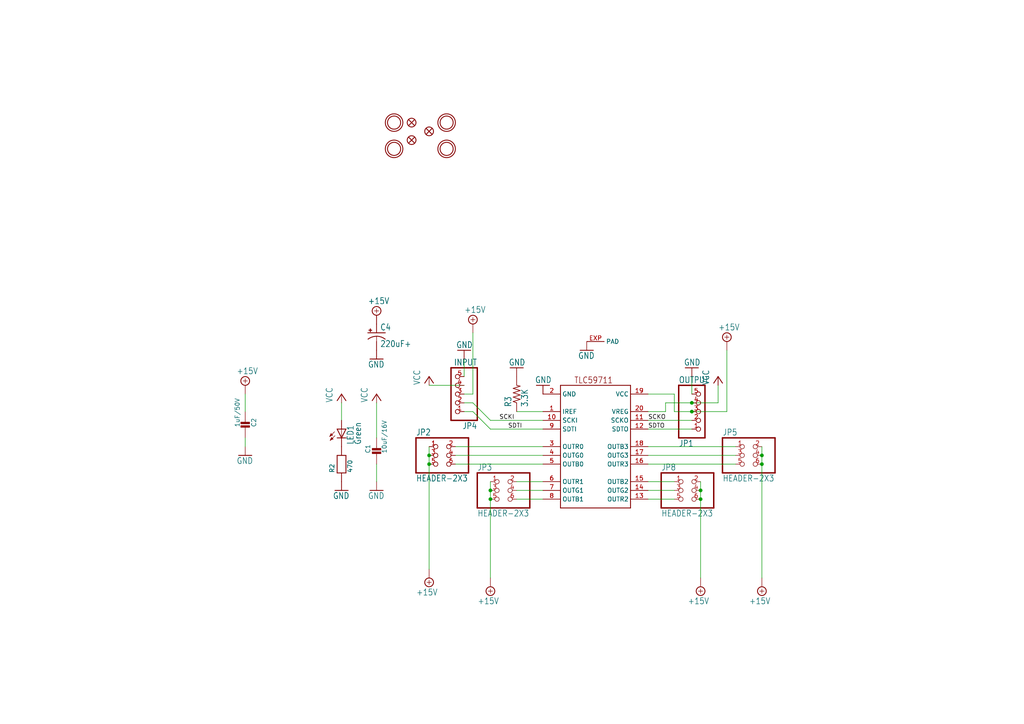
<source format=kicad_sch>
(kicad_sch (version 20211123) (generator eeschema)
  (paper "A4")
  (lib_symbols
    (symbol "eagleSchem-eagle-import:+15V" (power)
      (property "Value" "+15V" (at -2.54 3.175 0))
      (symbol "+15V_1_0"
        (polyline (pts (xy -0.635 1.27) (xy 0.635 1.27)) (stroke (width 0.1524)))
        (polyline (pts (xy 0 1.905) (xy 0 0.635)) (stroke (width 0.1524)))
        (circle (center 0 1.27) (radius 1.27) (stroke (width 0.254)))
        (pin power_in line (at 0 -2.54 90) (length 2.54) (name "+15V") (number "1"))
      )
    )
    (symbol "eagleSchem-eagle-import:CAP_CERAMIC0805"
      (property "Reference" "C" (at -1.79 0.54 90))
      (property "Value" "CAP_CERAMIC0805" (at 3 0.54 90))
      (symbol "CAP_CERAMIC0805_1_0"
        (rectangle (start -1.27 0.508) (end 1.27 1.016) (fill (type outline)))
        (rectangle (start -1.27 1.524) (end 1.27 2.032) (fill (type outline)))
        (polyline (pts (xy 0 0.762) (xy 0 0)) (stroke (width 0.1524)))
        (polyline (pts (xy 0 2.54) (xy 0 1.778)) (stroke (width 0.1524)))
        (pin passive line (at 0 5.08 270) (length 2.54) (name "P$1") (number "1"))
        (pin passive line (at 0 -2.54 90) (length 2.54) (name "P$2") (number "2"))
      )
    )
    (symbol "eagleSchem-eagle-import:CPOL-USE2.5-7"
      (property "Reference" "C" (at 1.016 0.635 0))
      (property "Value" "CPOL-USE2.5-7" (at 1.016 -4.191 0))
      (symbol "CPOL-USE2.5-7_1_0"
        (rectangle (start -2.253 0.668) (end -1.364 0.795) (fill (type outline)))
        (rectangle (start -1.872 0.287) (end -1.745 1.176) (fill (type outline)))
        (arc (start 0 -1.0161) (mid -1.3021 -1.2302) (end -2.4669 -1.8504) (stroke (width 0.254)))
        (polyline (pts (xy -2.54 0) (xy 2.54 0)) (stroke (width 0.254)))
        (polyline (pts (xy 0 -1.016) (xy 0 -2.54)) (stroke (width 0.1524)))
        (arc (start 2.4892 -1.8542) (mid 1.3158 -1.2195) (end 0 -1) (stroke (width 0.254)))
        (pin passive line (at 0 2.54 270) (length 2.54) (name "+") (number "+"))
        (pin passive line (at 0 -5.08 90) (length 2.54) (name "-") (number "-"))
      )
    )
    (symbol "eagleSchem-eagle-import:FIDUCIAL{dblquote}{dblquote}"
      (symbol "FIDUCIAL{dblquote}{dblquote}_1_0"
        (polyline (pts (xy -0.762 0.762) (xy 0.762 -0.762)) (stroke (width 0.254)))
        (polyline (pts (xy 0.762 0.762) (xy -0.762 -0.762)) (stroke (width 0.254)))
        (circle (center 0 0) (radius 1.27) (stroke (width 0.254)))
      )
    )
    (symbol "eagleSchem-eagle-import:GND" (power)
      (property "Value" "GND" (at -2.54 -2.54 0))
      (symbol "GND_1_0"
        (polyline (pts (xy -1.905 0) (xy 1.905 0)) (stroke (width 0.254)))
        (pin power_in line (at 0 2.54 270) (length 2.54) (name "GND") (number "1"))
      )
    )
    (symbol "eagleSchem-eagle-import:HEADER-1X570MIL"
      (property "Reference" "JP" (at -6.35 8.255 0))
      (property "Value" "HEADER-1X570MIL" (at -6.35 -10.16 0))
      (symbol "HEADER-1X570MIL_1_0"
        (polyline (pts (xy -6.35 -7.62) (xy 1.27 -7.62)) (stroke (width 0.4064)))
        (polyline (pts (xy -6.35 7.62) (xy -6.35 -7.62)) (stroke (width 0.4064)))
        (polyline (pts (xy 1.27 -7.62) (xy 1.27 7.62)) (stroke (width 0.4064)))
        (polyline (pts (xy 1.27 7.62) (xy -6.35 7.62)) (stroke (width 0.4064)))
        (pin passive inverted (at -2.54 5.08 0) (length 2.54) (name "1") (number "1"))
        (pin passive inverted (at -2.54 2.54 0) (length 2.54) (name "2") (number "2"))
        (pin passive inverted (at -2.54 0 0) (length 2.54) (name "3") (number "3"))
        (pin passive inverted (at -2.54 -2.54 0) (length 2.54) (name "4") (number "4"))
        (pin passive inverted (at -2.54 -5.08 0) (length 2.54) (name "5") (number "5"))
      )
    )
    (symbol "eagleSchem-eagle-import:HEADER-2X3"
      (property "Reference" "JP" (at -8.89 5.715 0))
      (property "Value" "HEADER-2X3" (at -8.89 -7.62 0))
      (symbol "HEADER-2X3_1_0"
        (polyline (pts (xy -8.89 -5.08) (xy 6.35 -5.08)) (stroke (width 0.4064)))
        (polyline (pts (xy -8.89 5.08) (xy -8.89 -5.08)) (stroke (width 0.4064)))
        (polyline (pts (xy 6.35 -5.08) (xy 6.35 5.08)) (stroke (width 0.4064)))
        (polyline (pts (xy 6.35 5.08) (xy -8.89 5.08)) (stroke (width 0.4064)))
        (pin passive inverted (at -5.08 2.54 0) (length 2.54) (name "1") (number "1"))
        (pin passive inverted (at 2.54 2.54 180) (length 2.54) (name "2") (number "2"))
        (pin passive inverted (at -5.08 0 0) (length 2.54) (name "3") (number "3"))
        (pin passive inverted (at 2.54 0 180) (length 2.54) (name "4") (number "4"))
        (pin passive inverted (at -5.08 -2.54 0) (length 2.54) (name "5") (number "5"))
        (pin passive inverted (at 2.54 -2.54 180) (length 2.54) (name "6") (number "6"))
      )
    )
    (symbol "eagleSchem-eagle-import:LEDCHIP-LED0805"
      (property "Reference" "LED" (at 3.556 -4.572 90))
      (property "Value" "LEDCHIP-LED0805" (at 5.715 -4.572 90))
      (symbol "LEDCHIP-LED0805_1_0"
        (polyline (pts (xy -2.032 -0.762) (xy -3.429 -2.159)) (stroke (width 0.1524)))
        (polyline (pts (xy -1.905 -1.905) (xy -3.302 -3.302)) (stroke (width 0.1524)))
        (polyline (pts (xy 0 -2.54) (xy -1.27 -2.54)) (stroke (width 0.254)))
        (polyline (pts (xy 0 -2.54) (xy -1.27 0)) (stroke (width 0.254)))
        (polyline (pts (xy 0 0) (xy -1.27 0)) (stroke (width 0.254)))
        (polyline (pts (xy 0 0) (xy 0 -2.54)) (stroke (width 0.1524)))
        (polyline (pts (xy 1.27 -2.54) (xy 0 -2.54)) (stroke (width 0.254)))
        (polyline (pts (xy 1.27 0) (xy 0 -2.54)) (stroke (width 0.254)))
        (polyline (pts (xy 1.27 0) (xy 0 0)) (stroke (width 0.254)))
        (polyline (pts (xy -3.429 -2.159) (xy -3.048 -1.27) (xy -2.54 -1.778)) (fill (type outline)))
        (polyline (pts (xy -3.302 -3.302) (xy -2.921 -2.413) (xy -2.413 -2.921)) (fill (type outline)))
        (pin passive line (at 0 2.54 270) (length 2.54) (name "A") (number "A"))
        (pin passive line (at 0 -5.08 90) (length 2.54) (name "C") (number "C"))
      )
    )
    (symbol "eagleSchem-eagle-import:MOUNTINGHOLE2.5"
      (symbol "MOUNTINGHOLE2.5_1_0"
        (circle (center 0 0) (radius 1.905) (stroke (width 0.254)))
        (circle (center 0 0) (radius 2.54) (stroke (width 0.254)))
      )
    )
    (symbol "eagleSchem-eagle-import:R-US_FLIPFLOP7"
      (property "Reference" "R" (at -3.81 1.4986 0))
      (property "Value" "R-US_FLIPFLOP7" (at -3.81 -3.302 0))
      (symbol "R-US_FLIPFLOP7_1_0"
        (polyline (pts (xy -2.54 0) (xy -2.159 1.016)) (stroke (width 0.2032)))
        (polyline (pts (xy -2.159 1.016) (xy -1.524 -1.016)) (stroke (width 0.2032)))
        (polyline (pts (xy -1.524 -1.016) (xy -0.889 1.016)) (stroke (width 0.2032)))
        (polyline (pts (xy -0.889 1.016) (xy -0.254 -1.016)) (stroke (width 0.2032)))
        (polyline (pts (xy -0.254 -1.016) (xy 0.381 1.016)) (stroke (width 0.2032)))
        (polyline (pts (xy 0.381 1.016) (xy 1.016 -1.016)) (stroke (width 0.2032)))
        (polyline (pts (xy 1.016 -1.016) (xy 1.651 1.016)) (stroke (width 0.2032)))
        (polyline (pts (xy 1.651 1.016) (xy 2.286 -1.016)) (stroke (width 0.2032)))
        (polyline (pts (xy 2.286 -1.016) (xy 2.54 0)) (stroke (width 0.2032)))
        (pin passive line (at -5.08 0 0) (length 2.54) (name "1") (number "1"))
        (pin passive line (at 5.08 0 180) (length 2.54) (name "2") (number "2"))
      )
    )
    (symbol "eagleSchem-eagle-import:RESISTOR0805"
      (property "Reference" "R" (at -2.54 2.032 0))
      (property "Value" "RESISTOR0805" (at -2.54 -3.175 0))
      (symbol "RESISTOR0805_1_0"
        (polyline (pts (xy -2.54 -1.27) (xy -2.54 1.27)) (stroke (width 0.254)))
        (polyline (pts (xy -2.54 1.27) (xy 2.54 1.27)) (stroke (width 0.254)))
        (polyline (pts (xy 2.54 -1.27) (xy -2.54 -1.27)) (stroke (width 0.254)))
        (polyline (pts (xy 2.54 1.27) (xy 2.54 -1.27)) (stroke (width 0.254)))
        (pin passive line (at -5.08 0 0) (length 2.54) (name "1") (number "1"))
        (pin passive line (at 5.08 0 180) (length 2.54) (name "2") (number "2"))
      )
    )
    (symbol "eagleSchem-eagle-import:TLC59711"
      (symbol "TLC59711_1_0"
        (polyline (pts (xy -10.16 -17.78) (xy -10.16 17.78)) (stroke (width 0.254)))
        (polyline (pts (xy -10.16 17.78) (xy 10.16 17.78)) (stroke (width 0.254)))
        (polyline (pts (xy 10.16 -17.78) (xy -10.16 -17.78)) (stroke (width 0.254)))
        (polyline (pts (xy 10.16 17.78) (xy 10.16 -17.78)) (stroke (width 0.254)))
        (text "TLC59711" (at 5.08 20.32 0) (effects (font (size 1.778 1.5113)) (justify right top)))
        (pin bidirectional line (at -15.24 10.16 0) (length 5.08) (name "IREF") (number "1"))
        (pin input line (at -15.24 7.62 0) (length 5.08) (name "SCKI") (number "10"))
        (pin output line (at 15.24 7.62 180) (length 5.08) (name "SCKO") (number "11"))
        (pin output line (at 15.24 5.08 180) (length 5.08) (name "SDTO") (number "12"))
        (pin open_collector line (at 15.24 -15.24 180) (length 5.08) (name "OUTR2") (number "13"))
        (pin open_collector line (at 15.24 -12.7 180) (length 5.08) (name "OUTG2") (number "14"))
        (pin open_collector line (at 15.24 -10.16 180) (length 5.08) (name "OUTB2") (number "15"))
        (pin open_collector line (at 15.24 -5.08 180) (length 5.08) (name "OUTR3") (number "16"))
        (pin open_collector line (at 15.24 -2.54 180) (length 5.08) (name "OUTG3") (number "17"))
        (pin open_collector line (at 15.24 0 180) (length 5.08) (name "OUTB3") (number "18"))
        (pin power_in line (at 15.24 15.24 180) (length 5.08) (name "VCC") (number "19"))
        (pin power_in line (at -15.24 15.24 0) (length 5.08) (name "GND") (number "2"))
        (pin bidirectional line (at 15.24 10.16 180) (length 5.08) (name "VREG") (number "20"))
        (pin open_collector line (at -15.24 0 0) (length 5.08) (name "OUTR0") (number "3"))
        (pin open_collector line (at -15.24 -2.54 0) (length 5.08) (name "OUTG0") (number "4"))
        (pin open_collector line (at -15.24 -5.08 0) (length 5.08) (name "OUTB0") (number "5"))
        (pin open_collector line (at -15.24 -10.16 0) (length 5.08) (name "OUTR1") (number "6"))
        (pin open_collector line (at -15.24 -12.7 0) (length 5.08) (name "OUTG1") (number "7"))
        (pin open_collector line (at -15.24 -15.24 0) (length 5.08) (name "OUTB1") (number "8"))
        (pin input line (at -15.24 5.08 0) (length 5.08) (name "SDTI") (number "9"))
      )
      (symbol "TLC59711_2_0"
        (pin passive line (at -5.08 0 0) (length 5.08) (name "PAD") (number "EXP"))
      )
    )
    (symbol "eagleSchem-eagle-import:VCC" (power)
      (property "Value" "VCC" (at -2.54 -2.54 90))
      (symbol "VCC_1_0"
        (polyline (pts (xy 0 0) (xy -1.27 -1.905)) (stroke (width 0.254)))
        (polyline (pts (xy 1.27 -1.905) (xy 0 0)) (stroke (width 0.254)))
        (pin power_in line (at 0 -2.54 90) (length 2.54) (name "VCC") (number "1"))
      )
    )
  )
  (junction (at 124.46 132.08))
  (junction (at 220.98 134.62))
  (junction (at 124.46 134.62))
  (junction (at 220.98 132.08))
  (junction (at 200.66 119.38))
  (junction (at 203.2 144.78))
  (junction (at 142.24 142.24))
  (junction (at 200.66 116.84))
  (junction (at 203.2 142.24))
  (junction (at 142.24 144.78))
  (wire (pts (xy 124.46 129.54) (xy 124.46 132.08)))
  (wire (pts (xy 213.36 134.62) (xy 187.96 134.62)))
  (wire (pts (xy 134.62 104.14) (xy 134.62 109.22)))
  (wire (pts (xy 203.2 144.78) (xy 203.2 142.24)))
  (wire (pts (xy 137.16 119.38) (xy 134.62 119.38)))
  (wire (pts (xy 195.58 114.3) (xy 195.58 119.38)))
  (wire (pts (xy 109.22 134.62) (xy 109.22 139.7)))
  (wire (pts (xy 142.24 124.46) (xy 137.16 119.38)))
  (wire (pts (xy 195.58 139.7) (xy 187.96 139.7)))
  (wire (pts (xy 124.46 134.62) (xy 124.46 165.1)))
  (wire (pts (xy 149.86 119.38) (xy 157.48 119.38)))
  (wire (pts (xy 200.66 116.84) (xy 193.04 116.84)))
  (wire (pts (xy 200.66 124.46) (xy 187.96 124.46)))
  (wire (pts (xy 157.48 121.92) (xy 142.24 121.92)))
  (wire (pts (xy 132.08 134.62) (xy 157.48 134.62)))
  (wire (pts (xy 99.06 116.84) (xy 99.06 121.92)))
  (wire (pts (xy 142.24 121.92) (xy 137.16 116.84)))
  (wire (pts (xy 193.04 119.38) (xy 187.96 119.38)))
  (wire (pts (xy 200.66 119.38) (xy 210.82 119.38)))
  (wire (pts (xy 137.16 96.52) (xy 137.16 114.3)))
  (wire (pts (xy 134.62 116.84) (xy 137.16 116.84)))
  (wire (pts (xy 109.22 116.84) (xy 109.22 127)))
  (wire (pts (xy 142.24 139.7) (xy 142.24 142.24)))
  (wire (pts (xy 195.58 142.24) (xy 187.96 142.24)))
  (wire (pts (xy 200.66 116.84) (xy 208.28 116.84)))
  (wire (pts (xy 132.08 132.08) (xy 157.48 132.08)))
  (wire (pts (xy 200.66 109.22) (xy 200.66 114.3)))
  (wire (pts (xy 132.08 129.54) (xy 157.48 129.54)))
  (wire (pts (xy 142.24 144.78) (xy 142.24 167.64)))
  (wire (pts (xy 149.86 142.24) (xy 157.48 142.24)))
  (wire (pts (xy 71.12 114.3) (xy 71.12 119.38)))
  (wire (pts (xy 203.2 142.24) (xy 203.2 139.7)))
  (wire (pts (xy 220.98 129.54) (xy 220.98 132.08)))
  (wire (pts (xy 124.46 111.76) (xy 134.62 111.76)))
  (wire (pts (xy 134.62 114.3) (xy 137.16 114.3)))
  (wire (pts (xy 195.58 144.78) (xy 187.96 144.78)))
  (wire (pts (xy 187.96 114.3) (xy 195.58 114.3)))
  (wire (pts (xy 124.46 132.08) (xy 124.46 134.62)))
  (wire (pts (xy 157.48 124.46) (xy 142.24 124.46)))
  (wire (pts (xy 220.98 134.62) (xy 220.98 167.64)))
  (wire (pts (xy 71.12 127) (xy 71.12 129.54)))
  (wire (pts (xy 149.86 144.78) (xy 157.48 144.78)))
  (wire (pts (xy 213.36 129.54) (xy 187.96 129.54)))
  (wire (pts (xy 213.36 132.08) (xy 187.96 132.08)))
  (wire (pts (xy 193.04 116.84) (xy 193.04 119.38)))
  (wire (pts (xy 208.28 116.84) (xy 208.28 111.76)))
  (wire (pts (xy 187.96 121.92) (xy 200.66 121.92)))
  (wire (pts (xy 203.2 167.64) (xy 203.2 144.78)))
  (wire (pts (xy 220.98 132.08) (xy 220.98 134.62)))
  (wire (pts (xy 195.58 119.38) (xy 200.66 119.38)))
  (wire (pts (xy 149.86 139.7) (xy 157.48 139.7)))
  (wire (pts (xy 210.82 119.38) (xy 210.82 101.6)))
  (wire (pts (xy 142.24 142.24) (xy 142.24 144.78)))
  (label "SDTO" (at 187.96 124.46 0) (effects (font (size 1.2446 1.2446))))
  (label "SDTI" (at 147.32 124.46 0) (effects (font (size 1.2446 1.2446))))
  (label "SCKO" (at 187.96 121.92 0) (effects (font (size 1.2446 1.2446))))
  (label "SCKI" (at 144.78 121.92 0) (effects (font (size 1.2446 1.2446))))
  (symbol (lib_id "eagleSchem-eagle-import:+15V") (at 71.12 111.76 0) (unit 1)
    (property "Reference" "#SUPPLY4" (effects hide))
    (property "Value" "+15V" (at 68.58 108.585 0) (effects (font (size 1.778 1.5113)) (justify left bottom)))
    (property "Footprint" "eagleSchem:" (effects hide))
  )
  (symbol (lib_id "eagleSchem-eagle-import:HEADER-2X3") (at 200.66 142.24 0) (unit 1)
    (property "Reference" "JP8" (at 191.77 136.525 0) (effects (font (size 1.778 1.5113)) (justify left bottom)))
    (property "Value" "HEADER-2X3" (at 191.77 149.86 0) (effects (font (size 1.778 1.5113)) (justify left bottom)))
    (property "Footprint" "eagleSchem:2X03_ROUND_70MIL" (effects hide))
  )
  (symbol (lib_id "eagleSchem-eagle-import:FIDUCIAL{dblquote}{dblquote}") (at 119.38 40.64 0) (unit 1)
    (property "Reference" "FID2" (effects hide))
    (property "Value" "FIDUCIAL{dblquote}{dblquote}" (effects hide))
    (property "Footprint" "eagleSchem:FIDUCIAL_1MM" (effects hide))
  )
  (symbol (lib_id "eagleSchem-eagle-import:FIDUCIAL{dblquote}{dblquote}") (at 124.46 38.1 0) (unit 1)
    (property "Reference" "FID3" (effects hide))
    (property "Value" "FIDUCIAL{dblquote}{dblquote}" (effects hide))
    (property "Footprint" "eagleSchem:FIDUCIAL_1MM" (effects hide))
  )
  (symbol (lib_id "eagleSchem-eagle-import:MOUNTINGHOLE2.5") (at 129.54 43.18 0) (unit 1)
    (property "Reference" "U$4" (effects hide))
    (property "Value" "MOUNTINGHOLE2.5" (effects hide))
    (property "Footprint" "eagleSchem:MOUNTINGHOLE_2.5_PLATED" (effects hide))
  )
  (symbol (lib_id "eagleSchem-eagle-import:+15V") (at 220.98 170.18 180) (unit 1)
    (property "Reference" "#SUPPLY8" (effects hide))
    (property "Value" "+15V" (at 223.52 173.355 0) (effects (font (size 1.778 1.5113)) (justify left bottom)))
    (property "Footprint" "eagleSchem:" (effects hide))
  )
  (symbol (lib_id "eagleSchem-eagle-import:GND") (at 200.66 106.68 180) (unit 1)
    (property "Reference" "#GND8" (effects hide))
    (property "Value" "GND" (at 203.2 104.14 0) (effects (font (size 1.778 1.5113)) (justify left bottom)))
    (property "Footprint" "eagleSchem:" (effects hide))
  )
  (symbol (lib_id "eagleSchem-eagle-import:GND") (at 99.06 142.24 0) (unit 1)
    (property "Reference" "#GND1" (effects hide))
    (property "Value" "GND" (at 96.52 144.78 0) (effects (font (size 1.778 1.5113)) (justify left bottom)))
    (property "Footprint" "eagleSchem:" (effects hide))
  )
  (symbol (lib_id "eagleSchem-eagle-import:VCC") (at 109.22 114.3 0) (unit 1)
    (property "Reference" "#P+6" (effects hide))
    (property "Value" "VCC" (at 106.68 116.84 90) (effects (font (size 1.778 1.5113)) (justify left bottom)))
    (property "Footprint" "eagleSchem:" (effects hide))
  )
  (symbol (lib_id "eagleSchem-eagle-import:HEADER-2X3") (at 129.54 132.08 0) (unit 1)
    (property "Reference" "JP2" (at 120.65 126.365 0) (effects (font (size 1.778 1.5113)) (justify left bottom)))
    (property "Value" "HEADER-2X3" (at 120.65 139.7 0) (effects (font (size 1.778 1.5113)) (justify left bottom)))
    (property "Footprint" "eagleSchem:2X03_ROUND_70MIL" (effects hide))
  )
  (symbol (lib_id "eagleSchem-eagle-import:MOUNTINGHOLE2.5") (at 114.3 35.56 0) (unit 1)
    (property "Reference" "U$1" (effects hide))
    (property "Value" "MOUNTINGHOLE2.5" (effects hide))
    (property "Footprint" "eagleSchem:MOUNTINGHOLE_2.5_PLATED" (effects hide))
  )
  (symbol (lib_id "eagleSchem-eagle-import:VCC") (at 99.06 114.3 0) (unit 1)
    (property "Reference" "#P+1" (effects hide))
    (property "Value" "VCC" (at 96.52 116.84 90) (effects (font (size 1.778 1.5113)) (justify left bottom)))
    (property "Footprint" "eagleSchem:" (effects hide))
  )
  (symbol (lib_id "eagleSchem-eagle-import:HEADER-1X570MIL") (at 132.08 114.3 180) (unit 1)
    (property "Reference" "JP4" (at 138.43 122.555 0) (effects (font (size 1.778 1.5113)) (justify left bottom)))
    (property "Value" "INPUT" (at 138.43 104.14 0) (effects (font (size 1.778 1.5113)) (justify left bottom)))
    (property "Footprint" "eagleSchem:1X05_ROUND_70" (effects hide))
  )
  (symbol (lib_id "eagleSchem-eagle-import:CAP_CERAMIC0805") (at 109.22 132.08 0) (unit 1)
    (property "Reference" "C1" (at 107.43 131.54 90) (effects (justify left bottom)))
    (property "Value" "10uF/16V" (at 112.22 131.54 90) (effects (justify left bottom)))
    (property "Footprint" "eagleSchem:0805" (effects hide))
  )
  (symbol (lib_id "eagleSchem-eagle-import:GND") (at 109.22 104.14 0) (unit 1)
    (property "Reference" "#GND3" (effects hide))
    (property "Value" "GND" (at 106.68 106.68 0) (effects (font (size 1.778 1.5113)) (justify left bottom)))
    (property "Footprint" "eagleSchem:" (effects hide))
  )
  (symbol (lib_id "eagleSchem-eagle-import:VCC") (at 208.28 109.22 0) (unit 1)
    (property "Reference" "#P+12" (effects hide))
    (property "Value" "VCC" (at 205.74 111.76 90) (effects (font (size 1.778 1.5113)) (justify left bottom)))
    (property "Footprint" "eagleSchem:" (effects hide))
  )
  (symbol (lib_id "eagleSchem-eagle-import:MOUNTINGHOLE2.5") (at 114.3 43.18 0) (unit 1)
    (property "Reference" "U$3" (effects hide))
    (property "Value" "MOUNTINGHOLE2.5" (effects hide))
    (property "Footprint" "eagleSchem:MOUNTINGHOLE_2.5_PLATED" (effects hide))
  )
  (symbol (lib_id "eagleSchem-eagle-import:HEADER-2X3") (at 218.44 132.08 0) (unit 1)
    (property "Reference" "JP5" (at 209.55 126.365 0) (effects (font (size 1.778 1.5113)) (justify left bottom)))
    (property "Value" "HEADER-2X3" (at 209.55 139.7 0) (effects (font (size 1.778 1.5113)) (justify left bottom)))
    (property "Footprint" "eagleSchem:2X03_ROUND_70MIL" (effects hide))
  )
  (symbol (lib_id "eagleSchem-eagle-import:+15V") (at 109.22 91.44 0) (unit 1)
    (property "Reference" "#SUPPLY3" (effects hide))
    (property "Value" "+15V" (at 106.68 88.265 0) (effects (font (size 1.778 1.5113)) (justify left bottom)))
    (property "Footprint" "eagleSchem:" (effects hide))
  )
  (symbol (lib_id "eagleSchem-eagle-import:+15V") (at 203.2 170.18 180) (unit 1)
    (property "Reference" "#SUPPLY7" (effects hide))
    (property "Value" "+15V" (at 205.74 173.355 0) (effects (font (size 1.778 1.5113)) (justify left bottom)))
    (property "Footprint" "eagleSchem:" (effects hide))
  )
  (symbol (lib_id "eagleSchem-eagle-import:FIDUCIAL{dblquote}{dblquote}") (at 119.38 35.56 0) (unit 1)
    (property "Reference" "FID1" (effects hide))
    (property "Value" "FIDUCIAL{dblquote}{dblquote}" (effects hide))
    (property "Footprint" "eagleSchem:FIDUCIAL_1MM" (effects hide))
  )
  (symbol (lib_id "eagleSchem-eagle-import:HEADER-2X3") (at 147.32 142.24 0) (unit 1)
    (property "Reference" "JP3" (at 138.43 136.525 0) (effects (font (size 1.778 1.5113)) (justify left bottom)))
    (property "Value" "HEADER-2X3" (at 138.43 149.86 0) (effects (font (size 1.778 1.5113)) (justify left bottom)))
    (property "Footprint" "eagleSchem:2X03_ROUND_70MIL" (effects hide))
  )
  (symbol (lib_id "eagleSchem-eagle-import:GND") (at 157.48 111.76 180) (unit 1)
    (property "Reference" "#GND7" (effects hide))
    (property "Value" "GND" (at 160.02 109.22 0) (effects (font (size 1.778 1.5113)) (justify left bottom)))
    (property "Footprint" "eagleSchem:" (effects hide))
  )
  (symbol (lib_id "eagleSchem-eagle-import:GND") (at 71.12 132.08 0) (unit 1)
    (property "Reference" "#GND4" (effects hide))
    (property "Value" "GND" (at 68.58 134.62 0) (effects (font (size 1.778 1.5113)) (justify left bottom)))
    (property "Footprint" "eagleSchem:" (effects hide))
  )
  (symbol (lib_id "eagleSchem-eagle-import:VCC") (at 124.46 109.22 0) (unit 1)
    (property "Reference" "#P+10" (effects hide))
    (property "Value" "VCC" (at 121.92 111.76 90) (effects (font (size 1.778 1.5113)) (justify left bottom)))
    (property "Footprint" "eagleSchem:" (effects hide))
  )
  (symbol (lib_id "eagleSchem-eagle-import:+15V") (at 137.16 93.98 0) (unit 1)
    (property "Reference" "#SUPPLY1" (effects hide))
    (property "Value" "+15V" (at 134.62 90.805 0) (effects (font (size 1.778 1.5113)) (justify left bottom)))
    (property "Footprint" "eagleSchem:" (effects hide))
  )
  (symbol (lib_id "eagleSchem-eagle-import:TLC59711") (at 172.72 129.54 0) (unit 1)
    (property "Reference" "IC1" (effects hide))
    (property "Value" "TLC59711" (effects hide))
    (property "Footprint" "eagleSchem:HTSSOP20DAP" (effects hide))
  )
  (symbol (lib_id "eagleSchem-eagle-import:MOUNTINGHOLE2.5") (at 129.54 35.56 0) (unit 1)
    (property "Reference" "U$2" (effects hide))
    (property "Value" "MOUNTINGHOLE2.5" (effects hide))
    (property "Footprint" "eagleSchem:MOUNTINGHOLE_2.5_PLATED" (effects hide))
  )
  (symbol (lib_id "eagleSchem-eagle-import:CPOL-USE2.5-7") (at 109.22 96.52 0) (unit 1)
    (property "Reference" "C4" (at 110.236 95.885 0) (effects (font (size 1.778 1.5113)) (justify left bottom)))
    (property "Value" "220uF+" (at 110.236 100.711 0) (effects (font (size 1.778 1.5113)) (justify left bottom)))
    (property "Footprint" "eagleSchem:E2,5-7" (effects hide))
  )
  (symbol (lib_id "eagleSchem-eagle-import:RESISTOR0805") (at 99.06 134.62 90) (unit 1)
    (property "Reference" "R2" (at 97.028 137.16 0) (effects (justify left bottom)))
    (property "Value" "470" (at 102.235 137.16 0) (effects (justify left bottom)))
    (property "Footprint" "eagleSchem:0805" (effects hide))
  )
  (symbol (lib_id "eagleSchem-eagle-import:TLC59711") (at 175.26 99.06 0) (unit 2)
    (property "Reference" "IC1" (effects hide))
    (property "Value" "TLC59711" (effects hide))
    (property "Footprint" "eagleSchem:HTSSOP20DAP" (effects hide))
  )
  (symbol (lib_id "eagleSchem-eagle-import:GND") (at 134.62 101.6 180) (unit 1)
    (property "Reference" "#GND2" (effects hide))
    (property "Value" "GND" (at 137.16 99.06 0) (effects (font (size 1.778 1.5113)) (justify left bottom)))
    (property "Footprint" "eagleSchem:" (effects hide))
  )
  (symbol (lib_id "eagleSchem-eagle-import:GND") (at 109.22 142.24 0) (unit 1)
    (property "Reference" "#GND5" (effects hide))
    (property "Value" "GND" (at 106.68 144.78 0) (effects (font (size 1.778 1.5113)) (justify left bottom)))
    (property "Footprint" "eagleSchem:" (effects hide))
  )
  (symbol (lib_id "eagleSchem-eagle-import:+15V") (at 142.24 170.18 180) (unit 1)
    (property "Reference" "#SUPPLY6" (effects hide))
    (property "Value" "+15V" (at 144.78 173.355 0) (effects (font (size 1.778 1.5113)) (justify left bottom)))
    (property "Footprint" "eagleSchem:" (effects hide))
  )
  (symbol (lib_id "eagleSchem-eagle-import:LEDCHIP-LED0805") (at 99.06 124.46 0) (unit 1)
    (property "Reference" "LED1" (at 102.616 129.032 90) (effects (font (size 1.778 1.5113)) (justify left bottom)))
    (property "Value" "Green" (at 104.775 129.032 90) (effects (font (size 1.778 1.5113)) (justify left bottom)))
    (property "Footprint" "eagleSchem:CHIP-LED0805" (effects hide))
  )
  (symbol (lib_id "eagleSchem-eagle-import:+15V") (at 210.82 99.06 0) (unit 1)
    (property "Reference" "#SUPPLY2" (effects hide))
    (property "Value" "+15V" (at 208.28 95.885 0) (effects (font (size 1.778 1.5113)) (justify left bottom)))
    (property "Footprint" "eagleSchem:" (effects hide))
  )
  (symbol (lib_id "eagleSchem-eagle-import:GND") (at 149.86 106.68 180) (unit 1)
    (property "Reference" "#GND10" (effects hide))
    (property "Value" "GND" (at 152.4 104.14 0) (effects (font (size 1.778 1.5113)) (justify left bottom)))
    (property "Footprint" "eagleSchem:" (effects hide))
  )
  (symbol (lib_id "eagleSchem-eagle-import:+15V") (at 124.46 167.64 180) (unit 1)
    (property "Reference" "#SUPPLY5" (effects hide))
    (property "Value" "+15V" (at 127 170.815 0) (effects (font (size 1.778 1.5113)) (justify left bottom)))
    (property "Footprint" "eagleSchem:" (effects hide))
  )
  (symbol (lib_id "eagleSchem-eagle-import:GND") (at 170.18 101.6 0) (unit 1)
    (property "Reference" "#GND6" (effects hide))
    (property "Value" "GND" (at 167.64 104.14 0) (effects (font (size 1.778 1.5113)) (justify left bottom)))
    (property "Footprint" "eagleSchem:" (effects hide))
  )
  (symbol (lib_id "eagleSchem-eagle-import:R-US_FLIPFLOP7") (at 149.86 114.3 90) (unit 1)
    (property "Reference" "R3" (at 148.3614 118.11 0) (effects (font (size 1.778 1.5113)) (justify left bottom)))
    (property "Value" "3.3K" (at 153.162 118.11 0) (effects (font (size 1.778 1.5113)) (justify left bottom)))
    (property "Footprint" "eagleSchem:0805-THM-7" (effects hide))
  )
  (symbol (lib_id "eagleSchem-eagle-import:HEADER-1X570MIL") (at 203.2 119.38 0) (mirror x) (unit 1)
    (property "Reference" "JP1" (at 196.85 127.635 0) (effects (font (size 1.778 1.5113)) (justify left bottom)))
    (property "Value" "OUTPUT" (at 196.85 109.22 0) (effects (font (size 1.778 1.5113)) (justify left bottom)))
    (property "Footprint" "eagleSchem:1X05_ROUND_70" (effects hide))
  )
  (symbol (lib_id "eagleSchem-eagle-import:CAP_CERAMIC0805") (at 71.12 124.46 0) (mirror y) (unit 1)
    (property "Reference" "C2" (at 72.91 123.92 90) (effects (justify left bottom)))
    (property "Value" "1uF/50V" (at 68.12 123.92 90) (effects (justify left bottom)))
    (property "Footprint" "eagleSchem:0805" (effects hide))
  )
)
</source>
